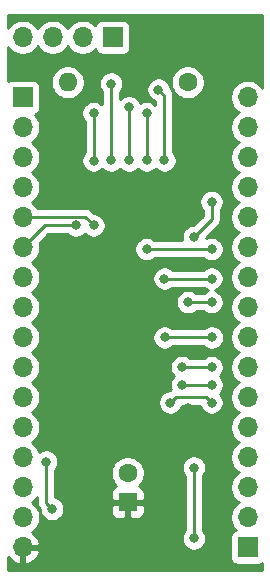
<source format=gbr>
%TF.GenerationSoftware,KiCad,Pcbnew,(5.1.7)-1*%
%TF.CreationDate,2022-07-02T23:21:54-03:00*%
%TF.ProjectId,ROMboard,524f4d62-6f61-4726-942e-6b696361645f,rev?*%
%TF.SameCoordinates,Original*%
%TF.FileFunction,Copper,L2,Bot*%
%TF.FilePolarity,Positive*%
%FSLAX46Y46*%
G04 Gerber Fmt 4.6, Leading zero omitted, Abs format (unit mm)*
G04 Created by KiCad (PCBNEW (5.1.7)-1) date 2022-07-02 23:21:54*
%MOMM*%
%LPD*%
G01*
G04 APERTURE LIST*
%TA.AperFunction,ComponentPad*%
%ADD10C,1.600000*%
%TD*%
%TA.AperFunction,ComponentPad*%
%ADD11R,1.600000X1.600000*%
%TD*%
%TA.AperFunction,ComponentPad*%
%ADD12O,1.600000X1.600000*%
%TD*%
%TA.AperFunction,ComponentPad*%
%ADD13O,1.700000X1.700000*%
%TD*%
%TA.AperFunction,ComponentPad*%
%ADD14R,1.700000X1.700000*%
%TD*%
%TA.AperFunction,ViaPad*%
%ADD15C,0.800000*%
%TD*%
%TA.AperFunction,Conductor*%
%ADD16C,0.250000*%
%TD*%
%TA.AperFunction,Conductor*%
%ADD17C,0.254000*%
%TD*%
%TA.AperFunction,Conductor*%
%ADD18C,0.100000*%
%TD*%
G04 APERTURE END LIST*
D10*
%TO.P,C1,2*%
%TO.N,+5V*%
X39370000Y-87670000D03*
D11*
%TO.P,C1,1*%
%TO.N,GND*%
X39370000Y-90170000D03*
%TD*%
D12*
%TO.P,R1,2*%
%TO.N,/RST_N*%
X34290000Y-54610000D03*
D10*
%TO.P,R1,1*%
%TO.N,+5V*%
X44450000Y-54610000D03*
%TD*%
D13*
%TO.P,J2,4*%
%TO.N,/RA22*%
X30480000Y-50800000D03*
%TO.P,J2,3*%
%TO.N,/RA21*%
X33020000Y-50800000D03*
%TO.P,J2,2*%
%TO.N,/RA20*%
X35560000Y-50800000D03*
D14*
%TO.P,J2,1*%
%TO.N,/RA19*%
X38100000Y-50800000D03*
%TD*%
D13*
%TO.P,J1,16*%
%TO.N,+5V*%
X49530000Y-55880000D03*
%TO.P,J1,15*%
%TO.N,/ROMWR_N*%
X49530000Y-58420000D03*
%TO.P,J1,14*%
%TO.N,/RA17*%
X49530000Y-60960000D03*
%TO.P,J1,13*%
%TO.N,/RA14*%
X49530000Y-63500000D03*
%TO.P,J1,12*%
%TO.N,/A13*%
X49530000Y-66040000D03*
%TO.P,J1,11*%
%TO.N,/A8*%
X49530000Y-68580000D03*
%TO.P,J1,10*%
%TO.N,/A9*%
X49530000Y-71120000D03*
%TO.P,J1,9*%
%TO.N,/A11*%
X49530000Y-73660000D03*
%TO.P,J1,8*%
%TO.N,/RD_N*%
X49530000Y-76200000D03*
%TO.P,J1,7*%
%TO.N,/A10*%
X49530000Y-78740000D03*
%TO.P,J1,6*%
%TO.N,/CE_N*%
X49530000Y-81280000D03*
%TO.P,J1,5*%
%TO.N,/D7*%
X49530000Y-83820000D03*
%TO.P,J1,4*%
%TO.N,/D6*%
X49530000Y-86360000D03*
%TO.P,J1,3*%
%TO.N,/D5*%
X49530000Y-88900000D03*
%TO.P,J1,2*%
%TO.N,/D4*%
X49530000Y-91440000D03*
D14*
%TO.P,J1,1*%
%TO.N,/D3*%
X49530000Y-93980000D03*
%TD*%
D13*
%TO.P,J0,16*%
%TO.N,GND*%
X30480000Y-93980000D03*
%TO.P,J0,15*%
%TO.N,/D2*%
X30480000Y-91440000D03*
%TO.P,J0,14*%
%TO.N,/D1*%
X30480000Y-88900000D03*
%TO.P,J0,13*%
%TO.N,/D0*%
X30480000Y-86360000D03*
%TO.P,J0,12*%
%TO.N,/A0*%
X30480000Y-83820000D03*
%TO.P,J0,11*%
%TO.N,/A1*%
X30480000Y-81280000D03*
%TO.P,J0,10*%
%TO.N,/A2*%
X30480000Y-78740000D03*
%TO.P,J0,9*%
%TO.N,/A3*%
X30480000Y-76200000D03*
%TO.P,J0,8*%
%TO.N,/A4*%
X30480000Y-73660000D03*
%TO.P,J0,7*%
%TO.N,/A5*%
X30480000Y-71120000D03*
%TO.P,J0,6*%
%TO.N,/A6*%
X30480000Y-68580000D03*
%TO.P,J0,5*%
%TO.N,/A7*%
X30480000Y-66040000D03*
%TO.P,J0,4*%
%TO.N,/A12*%
X30480000Y-63500000D03*
%TO.P,J0,3*%
%TO.N,/RA15*%
X30480000Y-60960000D03*
%TO.P,J0,2*%
%TO.N,/RA16*%
X30480000Y-58420000D03*
D14*
%TO.P,J0,1*%
%TO.N,/RA18*%
X30480000Y-55880000D03*
%TD*%
D15*
%TO.N,+5V*%
X46480000Y-81720000D03*
X42980000Y-81720000D03*
%TO.N,GND*%
X33980000Y-86720000D03*
X44480000Y-82220000D03*
%TO.N,/A0*%
X44980000Y-87220000D03*
X32480000Y-86720000D03*
X32980000Y-90720000D03*
X44980000Y-93220000D03*
%TO.N,/A6*%
X34980000Y-66720000D03*
%TO.N,/A7*%
X36480000Y-66720000D03*
%TO.N,/RA18*%
X36490002Y-61230002D03*
X36490002Y-57209998D03*
%TO.N,/ROMWR_N*%
X40980000Y-61220000D03*
X40980000Y-57220000D03*
%TO.N,/RA17*%
X44980000Y-67720000D03*
X46480000Y-64720000D03*
%TO.N,/A8*%
X46480000Y-68720000D03*
X40980000Y-68720000D03*
%TO.N,/A9*%
X46480000Y-71220000D03*
X42480000Y-71220000D03*
%TO.N,/A11*%
X46480000Y-73220000D03*
X44480000Y-73220000D03*
%TO.N,/RD_N*%
X46500000Y-76200000D03*
X42500000Y-76200000D03*
%TO.N,/A10*%
X46480000Y-78720000D03*
X43980000Y-78720000D03*
%TO.N,/CE_N*%
X46480000Y-80220000D03*
X43980000Y-80220000D03*
%TO.N,/RA20*%
X42480000Y-61220000D03*
X41980000Y-55220000D03*
%TO.N,/RA19*%
X37980000Y-61220000D03*
X37980000Y-54720000D03*
%TO.N,/RST_N*%
X39480000Y-61220000D03*
X39480000Y-56720000D03*
%TD*%
D16*
%TO.N,+5V*%
X42980000Y-81720000D02*
X42980000Y-81720000D01*
X42980000Y-81720000D02*
X43480000Y-81220000D01*
X43480000Y-81220000D02*
X45980000Y-81220000D01*
X45980000Y-81220000D02*
X46480000Y-81720000D01*
%TO.N,/A0*%
X32480000Y-86720000D02*
X32480000Y-90220000D01*
X32480000Y-90220000D02*
X32980000Y-90720000D01*
X32980000Y-90720000D02*
X32980000Y-90720000D01*
X44980000Y-93220000D02*
X44980000Y-87220000D01*
%TO.N,/A6*%
X30480000Y-68580000D02*
X32340000Y-66720000D01*
X32340000Y-66720000D02*
X34980000Y-66720000D01*
%TO.N,/A7*%
X30525001Y-65994999D02*
X35754999Y-65994999D01*
X30480000Y-66040000D02*
X30525001Y-65994999D01*
X35754999Y-65994999D02*
X36480000Y-66720000D01*
%TO.N,/RA18*%
X36490002Y-61230002D02*
X36490002Y-57209998D01*
%TO.N,/ROMWR_N*%
X40980000Y-61220000D02*
X40980000Y-57220000D01*
X40980000Y-57220000D02*
X40980000Y-57220000D01*
%TO.N,/RA17*%
X44980000Y-67720000D02*
X46480000Y-66220000D01*
X46480000Y-66220000D02*
X46480000Y-64720000D01*
X46480000Y-64720000D02*
X46480000Y-64720000D01*
%TO.N,/A8*%
X46480000Y-68720000D02*
X46480000Y-68720000D01*
X46480000Y-68720000D02*
X40980000Y-68720000D01*
X40980000Y-68720000D02*
X40980000Y-68720000D01*
%TO.N,/A9*%
X46480000Y-71220000D02*
X46480000Y-71220000D01*
X46480000Y-71220000D02*
X42480000Y-71220000D01*
%TO.N,/A11*%
X46480000Y-73220000D02*
X46480000Y-73220000D01*
X44480000Y-73220000D02*
X46480000Y-73220000D01*
%TO.N,/RD_N*%
X46500000Y-76200000D02*
X42500000Y-76200000D01*
X42500000Y-76200000D02*
X42500000Y-76200000D01*
%TO.N,/A10*%
X46480000Y-78720000D02*
X46480000Y-78720000D01*
X43980000Y-78720000D02*
X46480000Y-78720000D01*
%TO.N,/CE_N*%
X46480000Y-80220000D02*
X43980000Y-80220000D01*
X43980000Y-80220000D02*
X43980000Y-80220000D01*
%TO.N,/RA20*%
X42480000Y-61220000D02*
X42480000Y-55720000D01*
X42480000Y-55720000D02*
X41980000Y-55220000D01*
X41980000Y-55220000D02*
X41980000Y-55220000D01*
%TO.N,/RA19*%
X37980000Y-61220000D02*
X37980000Y-55720000D01*
X37980000Y-55720000D02*
X37980000Y-55720000D01*
X37980000Y-55720000D02*
X37980000Y-54720000D01*
%TO.N,/RST_N*%
X39480000Y-61220000D02*
X39480000Y-57220000D01*
X39480000Y-57220000D02*
X39480000Y-56720000D01*
%TD*%
D17*
%TO.N,GND*%
X50774513Y-48920666D02*
X50775001Y-48925310D01*
X50775001Y-55070346D01*
X50683475Y-54933368D01*
X50476632Y-54726525D01*
X50233411Y-54564010D01*
X49963158Y-54452068D01*
X49676260Y-54395000D01*
X49383740Y-54395000D01*
X49096842Y-54452068D01*
X48826589Y-54564010D01*
X48583368Y-54726525D01*
X48376525Y-54933368D01*
X48214010Y-55176589D01*
X48102068Y-55446842D01*
X48045000Y-55733740D01*
X48045000Y-56026260D01*
X48102068Y-56313158D01*
X48214010Y-56583411D01*
X48376525Y-56826632D01*
X48583368Y-57033475D01*
X48757760Y-57150000D01*
X48583368Y-57266525D01*
X48376525Y-57473368D01*
X48214010Y-57716589D01*
X48102068Y-57986842D01*
X48045000Y-58273740D01*
X48045000Y-58566260D01*
X48102068Y-58853158D01*
X48214010Y-59123411D01*
X48376525Y-59366632D01*
X48583368Y-59573475D01*
X48757760Y-59690000D01*
X48583368Y-59806525D01*
X48376525Y-60013368D01*
X48214010Y-60256589D01*
X48102068Y-60526842D01*
X48045000Y-60813740D01*
X48045000Y-61106260D01*
X48102068Y-61393158D01*
X48214010Y-61663411D01*
X48376525Y-61906632D01*
X48583368Y-62113475D01*
X48757760Y-62230000D01*
X48583368Y-62346525D01*
X48376525Y-62553368D01*
X48214010Y-62796589D01*
X48102068Y-63066842D01*
X48045000Y-63353740D01*
X48045000Y-63646260D01*
X48102068Y-63933158D01*
X48214010Y-64203411D01*
X48376525Y-64446632D01*
X48583368Y-64653475D01*
X48757760Y-64770000D01*
X48583368Y-64886525D01*
X48376525Y-65093368D01*
X48214010Y-65336589D01*
X48102068Y-65606842D01*
X48045000Y-65893740D01*
X48045000Y-66186260D01*
X48102068Y-66473158D01*
X48214010Y-66743411D01*
X48376525Y-66986632D01*
X48583368Y-67193475D01*
X48757760Y-67310000D01*
X48583368Y-67426525D01*
X48376525Y-67633368D01*
X48214010Y-67876589D01*
X48102068Y-68146842D01*
X48045000Y-68433740D01*
X48045000Y-68726260D01*
X48102068Y-69013158D01*
X48214010Y-69283411D01*
X48376525Y-69526632D01*
X48583368Y-69733475D01*
X48757760Y-69850000D01*
X48583368Y-69966525D01*
X48376525Y-70173368D01*
X48214010Y-70416589D01*
X48102068Y-70686842D01*
X48045000Y-70973740D01*
X48045000Y-71266260D01*
X48102068Y-71553158D01*
X48214010Y-71823411D01*
X48376525Y-72066632D01*
X48583368Y-72273475D01*
X48757760Y-72390000D01*
X48583368Y-72506525D01*
X48376525Y-72713368D01*
X48214010Y-72956589D01*
X48102068Y-73226842D01*
X48045000Y-73513740D01*
X48045000Y-73806260D01*
X48102068Y-74093158D01*
X48214010Y-74363411D01*
X48376525Y-74606632D01*
X48583368Y-74813475D01*
X48757760Y-74930000D01*
X48583368Y-75046525D01*
X48376525Y-75253368D01*
X48214010Y-75496589D01*
X48102068Y-75766842D01*
X48045000Y-76053740D01*
X48045000Y-76346260D01*
X48102068Y-76633158D01*
X48214010Y-76903411D01*
X48376525Y-77146632D01*
X48583368Y-77353475D01*
X48757760Y-77470000D01*
X48583368Y-77586525D01*
X48376525Y-77793368D01*
X48214010Y-78036589D01*
X48102068Y-78306842D01*
X48045000Y-78593740D01*
X48045000Y-78886260D01*
X48102068Y-79173158D01*
X48214010Y-79443411D01*
X48376525Y-79686632D01*
X48583368Y-79893475D01*
X48757760Y-80010000D01*
X48583368Y-80126525D01*
X48376525Y-80333368D01*
X48214010Y-80576589D01*
X48102068Y-80846842D01*
X48045000Y-81133740D01*
X48045000Y-81426260D01*
X48102068Y-81713158D01*
X48214010Y-81983411D01*
X48376525Y-82226632D01*
X48583368Y-82433475D01*
X48757760Y-82550000D01*
X48583368Y-82666525D01*
X48376525Y-82873368D01*
X48214010Y-83116589D01*
X48102068Y-83386842D01*
X48045000Y-83673740D01*
X48045000Y-83966260D01*
X48102068Y-84253158D01*
X48214010Y-84523411D01*
X48376525Y-84766632D01*
X48583368Y-84973475D01*
X48757760Y-85090000D01*
X48583368Y-85206525D01*
X48376525Y-85413368D01*
X48214010Y-85656589D01*
X48102068Y-85926842D01*
X48045000Y-86213740D01*
X48045000Y-86506260D01*
X48102068Y-86793158D01*
X48214010Y-87063411D01*
X48376525Y-87306632D01*
X48583368Y-87513475D01*
X48757760Y-87630000D01*
X48583368Y-87746525D01*
X48376525Y-87953368D01*
X48214010Y-88196589D01*
X48102068Y-88466842D01*
X48045000Y-88753740D01*
X48045000Y-89046260D01*
X48102068Y-89333158D01*
X48214010Y-89603411D01*
X48376525Y-89846632D01*
X48583368Y-90053475D01*
X48757760Y-90170000D01*
X48583368Y-90286525D01*
X48376525Y-90493368D01*
X48214010Y-90736589D01*
X48102068Y-91006842D01*
X48045000Y-91293740D01*
X48045000Y-91586260D01*
X48102068Y-91873158D01*
X48214010Y-92143411D01*
X48376525Y-92386632D01*
X48508380Y-92518487D01*
X48435820Y-92540498D01*
X48325506Y-92599463D01*
X48228815Y-92678815D01*
X48149463Y-92775506D01*
X48090498Y-92885820D01*
X48054188Y-93005518D01*
X48041928Y-93130000D01*
X48041928Y-94830000D01*
X48054188Y-94954482D01*
X48090498Y-95074180D01*
X48149463Y-95184494D01*
X48228815Y-95281185D01*
X48325506Y-95360537D01*
X48435820Y-95419502D01*
X48555518Y-95455812D01*
X48680000Y-95468072D01*
X50380000Y-95468072D01*
X50504482Y-95455812D01*
X50624180Y-95419502D01*
X50734494Y-95360537D01*
X50775000Y-95327295D01*
X50775000Y-95852725D01*
X50774335Y-95859513D01*
X50769699Y-95860000D01*
X29242275Y-95860000D01*
X29235487Y-95859335D01*
X29235000Y-95854699D01*
X29235000Y-94782637D01*
X29382412Y-94980269D01*
X29598645Y-95175178D01*
X29848748Y-95324157D01*
X30123109Y-95421481D01*
X30353000Y-95300814D01*
X30353000Y-94107000D01*
X30607000Y-94107000D01*
X30607000Y-95300814D01*
X30836891Y-95421481D01*
X31111252Y-95324157D01*
X31361355Y-95175178D01*
X31577588Y-94980269D01*
X31751641Y-94746920D01*
X31876825Y-94484099D01*
X31921476Y-94336890D01*
X31800155Y-94107000D01*
X30607000Y-94107000D01*
X30353000Y-94107000D01*
X30333000Y-94107000D01*
X30333000Y-93853000D01*
X30353000Y-93853000D01*
X30353000Y-93833000D01*
X30607000Y-93833000D01*
X30607000Y-93853000D01*
X31800155Y-93853000D01*
X31921476Y-93623110D01*
X31876825Y-93475901D01*
X31751641Y-93213080D01*
X31577588Y-92979731D01*
X31361355Y-92784822D01*
X31244466Y-92715195D01*
X31426632Y-92593475D01*
X31633475Y-92386632D01*
X31795990Y-92143411D01*
X31907932Y-91873158D01*
X31965000Y-91586260D01*
X31965000Y-91293740D01*
X31907932Y-91006842D01*
X31795990Y-90736589D01*
X31633475Y-90493368D01*
X31426632Y-90286525D01*
X31252240Y-90170000D01*
X31426632Y-90053475D01*
X31633475Y-89846632D01*
X31720001Y-89717137D01*
X31720001Y-90182668D01*
X31716324Y-90220000D01*
X31720001Y-90257333D01*
X31726955Y-90327932D01*
X31730998Y-90368985D01*
X31774454Y-90512246D01*
X31845026Y-90644276D01*
X31907172Y-90720000D01*
X31940000Y-90760001D01*
X31945000Y-90764104D01*
X31945000Y-90821939D01*
X31984774Y-91021898D01*
X32062795Y-91210256D01*
X32176063Y-91379774D01*
X32320226Y-91523937D01*
X32489744Y-91637205D01*
X32678102Y-91715226D01*
X32878061Y-91755000D01*
X33081939Y-91755000D01*
X33281898Y-91715226D01*
X33470256Y-91637205D01*
X33639774Y-91523937D01*
X33783937Y-91379774D01*
X33897205Y-91210256D01*
X33975226Y-91021898D01*
X33985549Y-90970000D01*
X37931928Y-90970000D01*
X37944188Y-91094482D01*
X37980498Y-91214180D01*
X38039463Y-91324494D01*
X38118815Y-91421185D01*
X38215506Y-91500537D01*
X38325820Y-91559502D01*
X38445518Y-91595812D01*
X38570000Y-91608072D01*
X39084250Y-91605000D01*
X39243000Y-91446250D01*
X39243000Y-90297000D01*
X39497000Y-90297000D01*
X39497000Y-91446250D01*
X39655750Y-91605000D01*
X40170000Y-91608072D01*
X40294482Y-91595812D01*
X40414180Y-91559502D01*
X40524494Y-91500537D01*
X40621185Y-91421185D01*
X40700537Y-91324494D01*
X40759502Y-91214180D01*
X40795812Y-91094482D01*
X40808072Y-90970000D01*
X40805000Y-90455750D01*
X40646250Y-90297000D01*
X39497000Y-90297000D01*
X39243000Y-90297000D01*
X38093750Y-90297000D01*
X37935000Y-90455750D01*
X37931928Y-90970000D01*
X33985549Y-90970000D01*
X34015000Y-90821939D01*
X34015000Y-90618061D01*
X33975226Y-90418102D01*
X33897205Y-90229744D01*
X33783937Y-90060226D01*
X33639774Y-89916063D01*
X33470256Y-89802795D01*
X33281898Y-89724774D01*
X33240000Y-89716440D01*
X33240000Y-89370000D01*
X37931928Y-89370000D01*
X37935000Y-89884250D01*
X38093750Y-90043000D01*
X39243000Y-90043000D01*
X39243000Y-90023000D01*
X39497000Y-90023000D01*
X39497000Y-90043000D01*
X40646250Y-90043000D01*
X40805000Y-89884250D01*
X40808072Y-89370000D01*
X40795812Y-89245518D01*
X40759502Y-89125820D01*
X40700537Y-89015506D01*
X40621185Y-88918815D01*
X40524494Y-88839463D01*
X40414180Y-88780498D01*
X40318057Y-88751339D01*
X40484637Y-88584759D01*
X40641680Y-88349727D01*
X40749853Y-88088574D01*
X40805000Y-87811335D01*
X40805000Y-87528665D01*
X40749853Y-87251426D01*
X40694612Y-87118061D01*
X43945000Y-87118061D01*
X43945000Y-87321939D01*
X43984774Y-87521898D01*
X44062795Y-87710256D01*
X44176063Y-87879774D01*
X44220001Y-87923712D01*
X44220000Y-92516289D01*
X44176063Y-92560226D01*
X44062795Y-92729744D01*
X43984774Y-92918102D01*
X43945000Y-93118061D01*
X43945000Y-93321939D01*
X43984774Y-93521898D01*
X44062795Y-93710256D01*
X44176063Y-93879774D01*
X44320226Y-94023937D01*
X44489744Y-94137205D01*
X44678102Y-94215226D01*
X44878061Y-94255000D01*
X45081939Y-94255000D01*
X45281898Y-94215226D01*
X45470256Y-94137205D01*
X45639774Y-94023937D01*
X45783937Y-93879774D01*
X45897205Y-93710256D01*
X45975226Y-93521898D01*
X46015000Y-93321939D01*
X46015000Y-93118061D01*
X45975226Y-92918102D01*
X45897205Y-92729744D01*
X45783937Y-92560226D01*
X45740000Y-92516289D01*
X45740000Y-87923711D01*
X45783937Y-87879774D01*
X45897205Y-87710256D01*
X45975226Y-87521898D01*
X46015000Y-87321939D01*
X46015000Y-87118061D01*
X45975226Y-86918102D01*
X45897205Y-86729744D01*
X45783937Y-86560226D01*
X45639774Y-86416063D01*
X45470256Y-86302795D01*
X45281898Y-86224774D01*
X45081939Y-86185000D01*
X44878061Y-86185000D01*
X44678102Y-86224774D01*
X44489744Y-86302795D01*
X44320226Y-86416063D01*
X44176063Y-86560226D01*
X44062795Y-86729744D01*
X43984774Y-86918102D01*
X43945000Y-87118061D01*
X40694612Y-87118061D01*
X40641680Y-86990273D01*
X40484637Y-86755241D01*
X40284759Y-86555363D01*
X40049727Y-86398320D01*
X39788574Y-86290147D01*
X39511335Y-86235000D01*
X39228665Y-86235000D01*
X38951426Y-86290147D01*
X38690273Y-86398320D01*
X38455241Y-86555363D01*
X38255363Y-86755241D01*
X38098320Y-86990273D01*
X37990147Y-87251426D01*
X37935000Y-87528665D01*
X37935000Y-87811335D01*
X37990147Y-88088574D01*
X38098320Y-88349727D01*
X38255363Y-88584759D01*
X38421943Y-88751339D01*
X38325820Y-88780498D01*
X38215506Y-88839463D01*
X38118815Y-88918815D01*
X38039463Y-89015506D01*
X37980498Y-89125820D01*
X37944188Y-89245518D01*
X37931928Y-89370000D01*
X33240000Y-89370000D01*
X33240000Y-87423711D01*
X33283937Y-87379774D01*
X33397205Y-87210256D01*
X33475226Y-87021898D01*
X33515000Y-86821939D01*
X33515000Y-86618061D01*
X33475226Y-86418102D01*
X33397205Y-86229744D01*
X33283937Y-86060226D01*
X33139774Y-85916063D01*
X32970256Y-85802795D01*
X32781898Y-85724774D01*
X32581939Y-85685000D01*
X32378061Y-85685000D01*
X32178102Y-85724774D01*
X31989744Y-85802795D01*
X31885423Y-85872500D01*
X31795990Y-85656589D01*
X31633475Y-85413368D01*
X31426632Y-85206525D01*
X31252240Y-85090000D01*
X31426632Y-84973475D01*
X31633475Y-84766632D01*
X31795990Y-84523411D01*
X31907932Y-84253158D01*
X31965000Y-83966260D01*
X31965000Y-83673740D01*
X31907932Y-83386842D01*
X31795990Y-83116589D01*
X31633475Y-82873368D01*
X31426632Y-82666525D01*
X31252240Y-82550000D01*
X31426632Y-82433475D01*
X31633475Y-82226632D01*
X31795990Y-81983411D01*
X31907932Y-81713158D01*
X31926848Y-81618061D01*
X41945000Y-81618061D01*
X41945000Y-81821939D01*
X41984774Y-82021898D01*
X42062795Y-82210256D01*
X42176063Y-82379774D01*
X42320226Y-82523937D01*
X42489744Y-82637205D01*
X42678102Y-82715226D01*
X42878061Y-82755000D01*
X43081939Y-82755000D01*
X43281898Y-82715226D01*
X43470256Y-82637205D01*
X43639774Y-82523937D01*
X43783937Y-82379774D01*
X43897205Y-82210256D01*
X43975226Y-82021898D01*
X43983560Y-81980000D01*
X45476440Y-81980000D01*
X45484774Y-82021898D01*
X45562795Y-82210256D01*
X45676063Y-82379774D01*
X45820226Y-82523937D01*
X45989744Y-82637205D01*
X46178102Y-82715226D01*
X46378061Y-82755000D01*
X46581939Y-82755000D01*
X46781898Y-82715226D01*
X46970256Y-82637205D01*
X47139774Y-82523937D01*
X47283937Y-82379774D01*
X47397205Y-82210256D01*
X47475226Y-82021898D01*
X47515000Y-81821939D01*
X47515000Y-81618061D01*
X47475226Y-81418102D01*
X47397205Y-81229744D01*
X47283937Y-81060226D01*
X47193711Y-80970000D01*
X47283937Y-80879774D01*
X47397205Y-80710256D01*
X47475226Y-80521898D01*
X47515000Y-80321939D01*
X47515000Y-80118061D01*
X47475226Y-79918102D01*
X47397205Y-79729744D01*
X47283937Y-79560226D01*
X47193711Y-79470000D01*
X47283937Y-79379774D01*
X47397205Y-79210256D01*
X47475226Y-79021898D01*
X47515000Y-78821939D01*
X47515000Y-78618061D01*
X47475226Y-78418102D01*
X47397205Y-78229744D01*
X47283937Y-78060226D01*
X47139774Y-77916063D01*
X46970256Y-77802795D01*
X46781898Y-77724774D01*
X46581939Y-77685000D01*
X46378061Y-77685000D01*
X46178102Y-77724774D01*
X45989744Y-77802795D01*
X45820226Y-77916063D01*
X45776289Y-77960000D01*
X44683711Y-77960000D01*
X44639774Y-77916063D01*
X44470256Y-77802795D01*
X44281898Y-77724774D01*
X44081939Y-77685000D01*
X43878061Y-77685000D01*
X43678102Y-77724774D01*
X43489744Y-77802795D01*
X43320226Y-77916063D01*
X43176063Y-78060226D01*
X43062795Y-78229744D01*
X42984774Y-78418102D01*
X42945000Y-78618061D01*
X42945000Y-78821939D01*
X42984774Y-79021898D01*
X43062795Y-79210256D01*
X43176063Y-79379774D01*
X43266289Y-79470000D01*
X43176063Y-79560226D01*
X43062795Y-79729744D01*
X42984774Y-79918102D01*
X42945000Y-80118061D01*
X42945000Y-80321939D01*
X42984774Y-80521898D01*
X43022289Y-80612466D01*
X42939999Y-80679999D01*
X42935895Y-80685000D01*
X42878061Y-80685000D01*
X42678102Y-80724774D01*
X42489744Y-80802795D01*
X42320226Y-80916063D01*
X42176063Y-81060226D01*
X42062795Y-81229744D01*
X41984774Y-81418102D01*
X41945000Y-81618061D01*
X31926848Y-81618061D01*
X31965000Y-81426260D01*
X31965000Y-81133740D01*
X31907932Y-80846842D01*
X31795990Y-80576589D01*
X31633475Y-80333368D01*
X31426632Y-80126525D01*
X31252240Y-80010000D01*
X31426632Y-79893475D01*
X31633475Y-79686632D01*
X31795990Y-79443411D01*
X31907932Y-79173158D01*
X31965000Y-78886260D01*
X31965000Y-78593740D01*
X31907932Y-78306842D01*
X31795990Y-78036589D01*
X31633475Y-77793368D01*
X31426632Y-77586525D01*
X31252240Y-77470000D01*
X31426632Y-77353475D01*
X31633475Y-77146632D01*
X31795990Y-76903411D01*
X31907932Y-76633158D01*
X31965000Y-76346260D01*
X31965000Y-76098061D01*
X41465000Y-76098061D01*
X41465000Y-76301939D01*
X41504774Y-76501898D01*
X41582795Y-76690256D01*
X41696063Y-76859774D01*
X41840226Y-77003937D01*
X42009744Y-77117205D01*
X42198102Y-77195226D01*
X42398061Y-77235000D01*
X42601939Y-77235000D01*
X42801898Y-77195226D01*
X42990256Y-77117205D01*
X43159774Y-77003937D01*
X43203711Y-76960000D01*
X45796289Y-76960000D01*
X45840226Y-77003937D01*
X46009744Y-77117205D01*
X46198102Y-77195226D01*
X46398061Y-77235000D01*
X46601939Y-77235000D01*
X46801898Y-77195226D01*
X46990256Y-77117205D01*
X47159774Y-77003937D01*
X47303937Y-76859774D01*
X47417205Y-76690256D01*
X47495226Y-76501898D01*
X47535000Y-76301939D01*
X47535000Y-76098061D01*
X47495226Y-75898102D01*
X47417205Y-75709744D01*
X47303937Y-75540226D01*
X47159774Y-75396063D01*
X46990256Y-75282795D01*
X46801898Y-75204774D01*
X46601939Y-75165000D01*
X46398061Y-75165000D01*
X46198102Y-75204774D01*
X46009744Y-75282795D01*
X45840226Y-75396063D01*
X45796289Y-75440000D01*
X43203711Y-75440000D01*
X43159774Y-75396063D01*
X42990256Y-75282795D01*
X42801898Y-75204774D01*
X42601939Y-75165000D01*
X42398061Y-75165000D01*
X42198102Y-75204774D01*
X42009744Y-75282795D01*
X41840226Y-75396063D01*
X41696063Y-75540226D01*
X41582795Y-75709744D01*
X41504774Y-75898102D01*
X41465000Y-76098061D01*
X31965000Y-76098061D01*
X31965000Y-76053740D01*
X31907932Y-75766842D01*
X31795990Y-75496589D01*
X31633475Y-75253368D01*
X31426632Y-75046525D01*
X31252240Y-74930000D01*
X31426632Y-74813475D01*
X31633475Y-74606632D01*
X31795990Y-74363411D01*
X31907932Y-74093158D01*
X31965000Y-73806260D01*
X31965000Y-73513740D01*
X31907932Y-73226842D01*
X31795990Y-72956589D01*
X31633475Y-72713368D01*
X31426632Y-72506525D01*
X31252240Y-72390000D01*
X31426632Y-72273475D01*
X31633475Y-72066632D01*
X31795990Y-71823411D01*
X31907932Y-71553158D01*
X31965000Y-71266260D01*
X31965000Y-71118061D01*
X41445000Y-71118061D01*
X41445000Y-71321939D01*
X41484774Y-71521898D01*
X41562795Y-71710256D01*
X41676063Y-71879774D01*
X41820226Y-72023937D01*
X41989744Y-72137205D01*
X42178102Y-72215226D01*
X42378061Y-72255000D01*
X42581939Y-72255000D01*
X42781898Y-72215226D01*
X42970256Y-72137205D01*
X43139774Y-72023937D01*
X43183711Y-71980000D01*
X45776289Y-71980000D01*
X45820226Y-72023937D01*
X45989744Y-72137205D01*
X46178102Y-72215226D01*
X46202103Y-72220000D01*
X46178102Y-72224774D01*
X45989744Y-72302795D01*
X45820226Y-72416063D01*
X45776289Y-72460000D01*
X45183711Y-72460000D01*
X45139774Y-72416063D01*
X44970256Y-72302795D01*
X44781898Y-72224774D01*
X44581939Y-72185000D01*
X44378061Y-72185000D01*
X44178102Y-72224774D01*
X43989744Y-72302795D01*
X43820226Y-72416063D01*
X43676063Y-72560226D01*
X43562795Y-72729744D01*
X43484774Y-72918102D01*
X43445000Y-73118061D01*
X43445000Y-73321939D01*
X43484774Y-73521898D01*
X43562795Y-73710256D01*
X43676063Y-73879774D01*
X43820226Y-74023937D01*
X43989744Y-74137205D01*
X44178102Y-74215226D01*
X44378061Y-74255000D01*
X44581939Y-74255000D01*
X44781898Y-74215226D01*
X44970256Y-74137205D01*
X45139774Y-74023937D01*
X45183711Y-73980000D01*
X45776289Y-73980000D01*
X45820226Y-74023937D01*
X45989744Y-74137205D01*
X46178102Y-74215226D01*
X46378061Y-74255000D01*
X46581939Y-74255000D01*
X46781898Y-74215226D01*
X46970256Y-74137205D01*
X47139774Y-74023937D01*
X47283937Y-73879774D01*
X47397205Y-73710256D01*
X47475226Y-73521898D01*
X47515000Y-73321939D01*
X47515000Y-73118061D01*
X47475226Y-72918102D01*
X47397205Y-72729744D01*
X47283937Y-72560226D01*
X47139774Y-72416063D01*
X46970256Y-72302795D01*
X46781898Y-72224774D01*
X46757897Y-72220000D01*
X46781898Y-72215226D01*
X46970256Y-72137205D01*
X47139774Y-72023937D01*
X47283937Y-71879774D01*
X47397205Y-71710256D01*
X47475226Y-71521898D01*
X47515000Y-71321939D01*
X47515000Y-71118061D01*
X47475226Y-70918102D01*
X47397205Y-70729744D01*
X47283937Y-70560226D01*
X47139774Y-70416063D01*
X46970256Y-70302795D01*
X46781898Y-70224774D01*
X46581939Y-70185000D01*
X46378061Y-70185000D01*
X46178102Y-70224774D01*
X45989744Y-70302795D01*
X45820226Y-70416063D01*
X45776289Y-70460000D01*
X43183711Y-70460000D01*
X43139774Y-70416063D01*
X42970256Y-70302795D01*
X42781898Y-70224774D01*
X42581939Y-70185000D01*
X42378061Y-70185000D01*
X42178102Y-70224774D01*
X41989744Y-70302795D01*
X41820226Y-70416063D01*
X41676063Y-70560226D01*
X41562795Y-70729744D01*
X41484774Y-70918102D01*
X41445000Y-71118061D01*
X31965000Y-71118061D01*
X31965000Y-70973740D01*
X31907932Y-70686842D01*
X31795990Y-70416589D01*
X31633475Y-70173368D01*
X31426632Y-69966525D01*
X31252240Y-69850000D01*
X31426632Y-69733475D01*
X31633475Y-69526632D01*
X31795990Y-69283411D01*
X31907932Y-69013158D01*
X31965000Y-68726260D01*
X31965000Y-68618061D01*
X39945000Y-68618061D01*
X39945000Y-68821939D01*
X39984774Y-69021898D01*
X40062795Y-69210256D01*
X40176063Y-69379774D01*
X40320226Y-69523937D01*
X40489744Y-69637205D01*
X40678102Y-69715226D01*
X40878061Y-69755000D01*
X41081939Y-69755000D01*
X41281898Y-69715226D01*
X41470256Y-69637205D01*
X41639774Y-69523937D01*
X41683711Y-69480000D01*
X45776289Y-69480000D01*
X45820226Y-69523937D01*
X45989744Y-69637205D01*
X46178102Y-69715226D01*
X46378061Y-69755000D01*
X46581939Y-69755000D01*
X46781898Y-69715226D01*
X46970256Y-69637205D01*
X47139774Y-69523937D01*
X47283937Y-69379774D01*
X47397205Y-69210256D01*
X47475226Y-69021898D01*
X47515000Y-68821939D01*
X47515000Y-68618061D01*
X47475226Y-68418102D01*
X47397205Y-68229744D01*
X47283937Y-68060226D01*
X47139774Y-67916063D01*
X46970256Y-67802795D01*
X46781898Y-67724774D01*
X46581939Y-67685000D01*
X46378061Y-67685000D01*
X46178102Y-67724774D01*
X46015000Y-67792334D01*
X46015000Y-67759801D01*
X46991004Y-66783798D01*
X47020001Y-66760001D01*
X47114974Y-66644276D01*
X47185546Y-66512247D01*
X47229003Y-66368986D01*
X47240000Y-66257333D01*
X47240000Y-66257324D01*
X47243676Y-66220001D01*
X47240000Y-66182678D01*
X47240000Y-65423711D01*
X47283937Y-65379774D01*
X47397205Y-65210256D01*
X47475226Y-65021898D01*
X47515000Y-64821939D01*
X47515000Y-64618061D01*
X47475226Y-64418102D01*
X47397205Y-64229744D01*
X47283937Y-64060226D01*
X47139774Y-63916063D01*
X46970256Y-63802795D01*
X46781898Y-63724774D01*
X46581939Y-63685000D01*
X46378061Y-63685000D01*
X46178102Y-63724774D01*
X45989744Y-63802795D01*
X45820226Y-63916063D01*
X45676063Y-64060226D01*
X45562795Y-64229744D01*
X45484774Y-64418102D01*
X45445000Y-64618061D01*
X45445000Y-64821939D01*
X45484774Y-65021898D01*
X45562795Y-65210256D01*
X45676063Y-65379774D01*
X45720001Y-65423712D01*
X45720000Y-65905198D01*
X44940199Y-66685000D01*
X44878061Y-66685000D01*
X44678102Y-66724774D01*
X44489744Y-66802795D01*
X44320226Y-66916063D01*
X44176063Y-67060226D01*
X44062795Y-67229744D01*
X43984774Y-67418102D01*
X43945000Y-67618061D01*
X43945000Y-67821939D01*
X43972462Y-67960000D01*
X41683711Y-67960000D01*
X41639774Y-67916063D01*
X41470256Y-67802795D01*
X41281898Y-67724774D01*
X41081939Y-67685000D01*
X40878061Y-67685000D01*
X40678102Y-67724774D01*
X40489744Y-67802795D01*
X40320226Y-67916063D01*
X40176063Y-68060226D01*
X40062795Y-68229744D01*
X39984774Y-68418102D01*
X39945000Y-68618061D01*
X31965000Y-68618061D01*
X31965000Y-68433740D01*
X31921210Y-68213592D01*
X32654802Y-67480000D01*
X34276289Y-67480000D01*
X34320226Y-67523937D01*
X34489744Y-67637205D01*
X34678102Y-67715226D01*
X34878061Y-67755000D01*
X35081939Y-67755000D01*
X35281898Y-67715226D01*
X35470256Y-67637205D01*
X35639774Y-67523937D01*
X35730000Y-67433711D01*
X35820226Y-67523937D01*
X35989744Y-67637205D01*
X36178102Y-67715226D01*
X36378061Y-67755000D01*
X36581939Y-67755000D01*
X36781898Y-67715226D01*
X36970256Y-67637205D01*
X37139774Y-67523937D01*
X37283937Y-67379774D01*
X37397205Y-67210256D01*
X37475226Y-67021898D01*
X37515000Y-66821939D01*
X37515000Y-66618061D01*
X37475226Y-66418102D01*
X37397205Y-66229744D01*
X37283937Y-66060226D01*
X37139774Y-65916063D01*
X36970256Y-65802795D01*
X36781898Y-65724774D01*
X36581939Y-65685000D01*
X36519801Y-65685000D01*
X36318802Y-65484001D01*
X36295000Y-65454998D01*
X36179275Y-65360025D01*
X36047246Y-65289453D01*
X35903985Y-65245996D01*
X35792332Y-65234999D01*
X35792321Y-65234999D01*
X35754999Y-65231323D01*
X35717677Y-65234999D01*
X31728110Y-65234999D01*
X31633475Y-65093368D01*
X31426632Y-64886525D01*
X31252240Y-64770000D01*
X31426632Y-64653475D01*
X31633475Y-64446632D01*
X31795990Y-64203411D01*
X31907932Y-63933158D01*
X31965000Y-63646260D01*
X31965000Y-63353740D01*
X31907932Y-63066842D01*
X31795990Y-62796589D01*
X31633475Y-62553368D01*
X31426632Y-62346525D01*
X31252240Y-62230000D01*
X31426632Y-62113475D01*
X31633475Y-61906632D01*
X31795990Y-61663411D01*
X31907932Y-61393158D01*
X31965000Y-61106260D01*
X31965000Y-60813740D01*
X31907932Y-60526842D01*
X31795990Y-60256589D01*
X31633475Y-60013368D01*
X31426632Y-59806525D01*
X31252240Y-59690000D01*
X31426632Y-59573475D01*
X31633475Y-59366632D01*
X31795990Y-59123411D01*
X31907932Y-58853158D01*
X31965000Y-58566260D01*
X31965000Y-58273740D01*
X31907932Y-57986842D01*
X31795990Y-57716589D01*
X31633475Y-57473368D01*
X31501620Y-57341513D01*
X31574180Y-57319502D01*
X31684494Y-57260537D01*
X31781185Y-57181185D01*
X31841197Y-57108059D01*
X35455002Y-57108059D01*
X35455002Y-57311937D01*
X35494776Y-57511896D01*
X35572797Y-57700254D01*
X35686065Y-57869772D01*
X35730003Y-57913710D01*
X35730002Y-60526291D01*
X35686065Y-60570228D01*
X35572797Y-60739746D01*
X35494776Y-60928104D01*
X35455002Y-61128063D01*
X35455002Y-61331941D01*
X35494776Y-61531900D01*
X35572797Y-61720258D01*
X35686065Y-61889776D01*
X35830228Y-62033939D01*
X35999746Y-62147207D01*
X36188104Y-62225228D01*
X36388063Y-62265002D01*
X36591941Y-62265002D01*
X36791900Y-62225228D01*
X36980258Y-62147207D01*
X37149776Y-62033939D01*
X37240002Y-61943713D01*
X37320226Y-62023937D01*
X37489744Y-62137205D01*
X37678102Y-62215226D01*
X37878061Y-62255000D01*
X38081939Y-62255000D01*
X38281898Y-62215226D01*
X38470256Y-62137205D01*
X38639774Y-62023937D01*
X38730000Y-61933711D01*
X38820226Y-62023937D01*
X38989744Y-62137205D01*
X39178102Y-62215226D01*
X39378061Y-62255000D01*
X39581939Y-62255000D01*
X39781898Y-62215226D01*
X39970256Y-62137205D01*
X40139774Y-62023937D01*
X40230000Y-61933711D01*
X40320226Y-62023937D01*
X40489744Y-62137205D01*
X40678102Y-62215226D01*
X40878061Y-62255000D01*
X41081939Y-62255000D01*
X41281898Y-62215226D01*
X41470256Y-62137205D01*
X41639774Y-62023937D01*
X41730000Y-61933711D01*
X41820226Y-62023937D01*
X41989744Y-62137205D01*
X42178102Y-62215226D01*
X42378061Y-62255000D01*
X42581939Y-62255000D01*
X42781898Y-62215226D01*
X42970256Y-62137205D01*
X43139774Y-62023937D01*
X43283937Y-61879774D01*
X43397205Y-61710256D01*
X43475226Y-61521898D01*
X43515000Y-61321939D01*
X43515000Y-61118061D01*
X43475226Y-60918102D01*
X43397205Y-60729744D01*
X43283937Y-60560226D01*
X43240000Y-60516289D01*
X43240000Y-55757325D01*
X43243676Y-55720000D01*
X43240000Y-55682675D01*
X43240000Y-55682667D01*
X43229003Y-55571014D01*
X43185546Y-55427753D01*
X43114974Y-55295724D01*
X43020001Y-55179999D01*
X43015000Y-55175895D01*
X43015000Y-55118061D01*
X42975226Y-54918102D01*
X42897205Y-54729744D01*
X42783937Y-54560226D01*
X42692376Y-54468665D01*
X43015000Y-54468665D01*
X43015000Y-54751335D01*
X43070147Y-55028574D01*
X43178320Y-55289727D01*
X43335363Y-55524759D01*
X43535241Y-55724637D01*
X43770273Y-55881680D01*
X44031426Y-55989853D01*
X44308665Y-56045000D01*
X44591335Y-56045000D01*
X44868574Y-55989853D01*
X45129727Y-55881680D01*
X45364759Y-55724637D01*
X45564637Y-55524759D01*
X45721680Y-55289727D01*
X45829853Y-55028574D01*
X45885000Y-54751335D01*
X45885000Y-54468665D01*
X45829853Y-54191426D01*
X45721680Y-53930273D01*
X45564637Y-53695241D01*
X45364759Y-53495363D01*
X45129727Y-53338320D01*
X44868574Y-53230147D01*
X44591335Y-53175000D01*
X44308665Y-53175000D01*
X44031426Y-53230147D01*
X43770273Y-53338320D01*
X43535241Y-53495363D01*
X43335363Y-53695241D01*
X43178320Y-53930273D01*
X43070147Y-54191426D01*
X43015000Y-54468665D01*
X42692376Y-54468665D01*
X42639774Y-54416063D01*
X42470256Y-54302795D01*
X42281898Y-54224774D01*
X42081939Y-54185000D01*
X41878061Y-54185000D01*
X41678102Y-54224774D01*
X41489744Y-54302795D01*
X41320226Y-54416063D01*
X41176063Y-54560226D01*
X41062795Y-54729744D01*
X40984774Y-54918102D01*
X40945000Y-55118061D01*
X40945000Y-55321939D01*
X40984774Y-55521898D01*
X41062795Y-55710256D01*
X41176063Y-55879774D01*
X41320226Y-56023937D01*
X41489744Y-56137205D01*
X41678102Y-56215226D01*
X41720001Y-56223560D01*
X41720001Y-56496290D01*
X41639774Y-56416063D01*
X41470256Y-56302795D01*
X41281898Y-56224774D01*
X41081939Y-56185000D01*
X40878061Y-56185000D01*
X40678102Y-56224774D01*
X40489744Y-56302795D01*
X40440965Y-56335388D01*
X40397205Y-56229744D01*
X40283937Y-56060226D01*
X40139774Y-55916063D01*
X39970256Y-55802795D01*
X39781898Y-55724774D01*
X39581939Y-55685000D01*
X39378061Y-55685000D01*
X39178102Y-55724774D01*
X38989744Y-55802795D01*
X38820226Y-55916063D01*
X38740000Y-55996289D01*
X38740000Y-55757332D01*
X38743677Y-55720000D01*
X38740000Y-55682667D01*
X38740000Y-55423711D01*
X38783937Y-55379774D01*
X38897205Y-55210256D01*
X38975226Y-55021898D01*
X39015000Y-54821939D01*
X39015000Y-54618061D01*
X38975226Y-54418102D01*
X38897205Y-54229744D01*
X38783937Y-54060226D01*
X38639774Y-53916063D01*
X38470256Y-53802795D01*
X38281898Y-53724774D01*
X38081939Y-53685000D01*
X37878061Y-53685000D01*
X37678102Y-53724774D01*
X37489744Y-53802795D01*
X37320226Y-53916063D01*
X37176063Y-54060226D01*
X37062795Y-54229744D01*
X36984774Y-54418102D01*
X36945000Y-54618061D01*
X36945000Y-54821939D01*
X36984774Y-55021898D01*
X37062795Y-55210256D01*
X37176063Y-55379774D01*
X37220000Y-55423711D01*
X37220000Y-55682666D01*
X37216323Y-55720000D01*
X37220001Y-55757343D01*
X37220001Y-56476286D01*
X37149776Y-56406061D01*
X36980258Y-56292793D01*
X36791900Y-56214772D01*
X36591941Y-56174998D01*
X36388063Y-56174998D01*
X36188104Y-56214772D01*
X35999746Y-56292793D01*
X35830228Y-56406061D01*
X35686065Y-56550224D01*
X35572797Y-56719742D01*
X35494776Y-56908100D01*
X35455002Y-57108059D01*
X31841197Y-57108059D01*
X31860537Y-57084494D01*
X31919502Y-56974180D01*
X31955812Y-56854482D01*
X31968072Y-56730000D01*
X31968072Y-55030000D01*
X31955812Y-54905518D01*
X31919502Y-54785820D01*
X31860537Y-54675506D01*
X31781185Y-54578815D01*
X31684494Y-54499463D01*
X31626876Y-54468665D01*
X32855000Y-54468665D01*
X32855000Y-54751335D01*
X32910147Y-55028574D01*
X33018320Y-55289727D01*
X33175363Y-55524759D01*
X33375241Y-55724637D01*
X33610273Y-55881680D01*
X33871426Y-55989853D01*
X34148665Y-56045000D01*
X34431335Y-56045000D01*
X34708574Y-55989853D01*
X34969727Y-55881680D01*
X35204759Y-55724637D01*
X35404637Y-55524759D01*
X35561680Y-55289727D01*
X35669853Y-55028574D01*
X35725000Y-54751335D01*
X35725000Y-54468665D01*
X35669853Y-54191426D01*
X35561680Y-53930273D01*
X35404637Y-53695241D01*
X35204759Y-53495363D01*
X34969727Y-53338320D01*
X34708574Y-53230147D01*
X34431335Y-53175000D01*
X34148665Y-53175000D01*
X33871426Y-53230147D01*
X33610273Y-53338320D01*
X33375241Y-53495363D01*
X33175363Y-53695241D01*
X33018320Y-53930273D01*
X32910147Y-54191426D01*
X32855000Y-54468665D01*
X31626876Y-54468665D01*
X31574180Y-54440498D01*
X31454482Y-54404188D01*
X31330000Y-54391928D01*
X29630000Y-54391928D01*
X29505518Y-54404188D01*
X29385820Y-54440498D01*
X29275506Y-54499463D01*
X29235000Y-54532705D01*
X29235000Y-51609655D01*
X29326525Y-51746632D01*
X29533368Y-51953475D01*
X29776589Y-52115990D01*
X30046842Y-52227932D01*
X30333740Y-52285000D01*
X30626260Y-52285000D01*
X30913158Y-52227932D01*
X31183411Y-52115990D01*
X31426632Y-51953475D01*
X31633475Y-51746632D01*
X31750000Y-51572240D01*
X31866525Y-51746632D01*
X32073368Y-51953475D01*
X32316589Y-52115990D01*
X32586842Y-52227932D01*
X32873740Y-52285000D01*
X33166260Y-52285000D01*
X33453158Y-52227932D01*
X33723411Y-52115990D01*
X33966632Y-51953475D01*
X34173475Y-51746632D01*
X34290000Y-51572240D01*
X34406525Y-51746632D01*
X34613368Y-51953475D01*
X34856589Y-52115990D01*
X35126842Y-52227932D01*
X35413740Y-52285000D01*
X35706260Y-52285000D01*
X35993158Y-52227932D01*
X36263411Y-52115990D01*
X36506632Y-51953475D01*
X36638487Y-51821620D01*
X36660498Y-51894180D01*
X36719463Y-52004494D01*
X36798815Y-52101185D01*
X36895506Y-52180537D01*
X37005820Y-52239502D01*
X37125518Y-52275812D01*
X37250000Y-52288072D01*
X38950000Y-52288072D01*
X39074482Y-52275812D01*
X39194180Y-52239502D01*
X39304494Y-52180537D01*
X39401185Y-52101185D01*
X39480537Y-52004494D01*
X39539502Y-51894180D01*
X39575812Y-51774482D01*
X39588072Y-51650000D01*
X39588072Y-49950000D01*
X39575812Y-49825518D01*
X39539502Y-49705820D01*
X39480537Y-49595506D01*
X39401185Y-49498815D01*
X39304494Y-49419463D01*
X39194180Y-49360498D01*
X39074482Y-49324188D01*
X38950000Y-49311928D01*
X37250000Y-49311928D01*
X37125518Y-49324188D01*
X37005820Y-49360498D01*
X36895506Y-49419463D01*
X36798815Y-49498815D01*
X36719463Y-49595506D01*
X36660498Y-49705820D01*
X36638487Y-49778380D01*
X36506632Y-49646525D01*
X36263411Y-49484010D01*
X35993158Y-49372068D01*
X35706260Y-49315000D01*
X35413740Y-49315000D01*
X35126842Y-49372068D01*
X34856589Y-49484010D01*
X34613368Y-49646525D01*
X34406525Y-49853368D01*
X34290000Y-50027760D01*
X34173475Y-49853368D01*
X33966632Y-49646525D01*
X33723411Y-49484010D01*
X33453158Y-49372068D01*
X33166260Y-49315000D01*
X32873740Y-49315000D01*
X32586842Y-49372068D01*
X32316589Y-49484010D01*
X32073368Y-49646525D01*
X31866525Y-49853368D01*
X31750000Y-50027760D01*
X31633475Y-49853368D01*
X31426632Y-49646525D01*
X31183411Y-49484010D01*
X30913158Y-49372068D01*
X30626260Y-49315000D01*
X30333740Y-49315000D01*
X30046842Y-49372068D01*
X29776589Y-49484010D01*
X29533368Y-49646525D01*
X29326525Y-49853368D01*
X29235000Y-49990345D01*
X29235000Y-48927275D01*
X29235666Y-48920487D01*
X29240301Y-48920000D01*
X50767725Y-48920000D01*
X50774513Y-48920666D01*
%TA.AperFunction,Conductor*%
D18*
G36*
X50774513Y-48920666D02*
G01*
X50775001Y-48925310D01*
X50775001Y-55070346D01*
X50683475Y-54933368D01*
X50476632Y-54726525D01*
X50233411Y-54564010D01*
X49963158Y-54452068D01*
X49676260Y-54395000D01*
X49383740Y-54395000D01*
X49096842Y-54452068D01*
X48826589Y-54564010D01*
X48583368Y-54726525D01*
X48376525Y-54933368D01*
X48214010Y-55176589D01*
X48102068Y-55446842D01*
X48045000Y-55733740D01*
X48045000Y-56026260D01*
X48102068Y-56313158D01*
X48214010Y-56583411D01*
X48376525Y-56826632D01*
X48583368Y-57033475D01*
X48757760Y-57150000D01*
X48583368Y-57266525D01*
X48376525Y-57473368D01*
X48214010Y-57716589D01*
X48102068Y-57986842D01*
X48045000Y-58273740D01*
X48045000Y-58566260D01*
X48102068Y-58853158D01*
X48214010Y-59123411D01*
X48376525Y-59366632D01*
X48583368Y-59573475D01*
X48757760Y-59690000D01*
X48583368Y-59806525D01*
X48376525Y-60013368D01*
X48214010Y-60256589D01*
X48102068Y-60526842D01*
X48045000Y-60813740D01*
X48045000Y-61106260D01*
X48102068Y-61393158D01*
X48214010Y-61663411D01*
X48376525Y-61906632D01*
X48583368Y-62113475D01*
X48757760Y-62230000D01*
X48583368Y-62346525D01*
X48376525Y-62553368D01*
X48214010Y-62796589D01*
X48102068Y-63066842D01*
X48045000Y-63353740D01*
X48045000Y-63646260D01*
X48102068Y-63933158D01*
X48214010Y-64203411D01*
X48376525Y-64446632D01*
X48583368Y-64653475D01*
X48757760Y-64770000D01*
X48583368Y-64886525D01*
X48376525Y-65093368D01*
X48214010Y-65336589D01*
X48102068Y-65606842D01*
X48045000Y-65893740D01*
X48045000Y-66186260D01*
X48102068Y-66473158D01*
X48214010Y-66743411D01*
X48376525Y-66986632D01*
X48583368Y-67193475D01*
X48757760Y-67310000D01*
X48583368Y-67426525D01*
X48376525Y-67633368D01*
X48214010Y-67876589D01*
X48102068Y-68146842D01*
X48045000Y-68433740D01*
X48045000Y-68726260D01*
X48102068Y-69013158D01*
X48214010Y-69283411D01*
X48376525Y-69526632D01*
X48583368Y-69733475D01*
X48757760Y-69850000D01*
X48583368Y-69966525D01*
X48376525Y-70173368D01*
X48214010Y-70416589D01*
X48102068Y-70686842D01*
X48045000Y-70973740D01*
X48045000Y-71266260D01*
X48102068Y-71553158D01*
X48214010Y-71823411D01*
X48376525Y-72066632D01*
X48583368Y-72273475D01*
X48757760Y-72390000D01*
X48583368Y-72506525D01*
X48376525Y-72713368D01*
X48214010Y-72956589D01*
X48102068Y-73226842D01*
X48045000Y-73513740D01*
X48045000Y-73806260D01*
X48102068Y-74093158D01*
X48214010Y-74363411D01*
X48376525Y-74606632D01*
X48583368Y-74813475D01*
X48757760Y-74930000D01*
X48583368Y-75046525D01*
X48376525Y-75253368D01*
X48214010Y-75496589D01*
X48102068Y-75766842D01*
X48045000Y-76053740D01*
X48045000Y-76346260D01*
X48102068Y-76633158D01*
X48214010Y-76903411D01*
X48376525Y-77146632D01*
X48583368Y-77353475D01*
X48757760Y-77470000D01*
X48583368Y-77586525D01*
X48376525Y-77793368D01*
X48214010Y-78036589D01*
X48102068Y-78306842D01*
X48045000Y-78593740D01*
X48045000Y-78886260D01*
X48102068Y-79173158D01*
X48214010Y-79443411D01*
X48376525Y-79686632D01*
X48583368Y-79893475D01*
X48757760Y-80010000D01*
X48583368Y-80126525D01*
X48376525Y-80333368D01*
X48214010Y-80576589D01*
X48102068Y-80846842D01*
X48045000Y-81133740D01*
X48045000Y-81426260D01*
X48102068Y-81713158D01*
X48214010Y-81983411D01*
X48376525Y-82226632D01*
X48583368Y-82433475D01*
X48757760Y-82550000D01*
X48583368Y-82666525D01*
X48376525Y-82873368D01*
X48214010Y-83116589D01*
X48102068Y-83386842D01*
X48045000Y-83673740D01*
X48045000Y-83966260D01*
X48102068Y-84253158D01*
X48214010Y-84523411D01*
X48376525Y-84766632D01*
X48583368Y-84973475D01*
X48757760Y-85090000D01*
X48583368Y-85206525D01*
X48376525Y-85413368D01*
X48214010Y-85656589D01*
X48102068Y-85926842D01*
X48045000Y-86213740D01*
X48045000Y-86506260D01*
X48102068Y-86793158D01*
X48214010Y-87063411D01*
X48376525Y-87306632D01*
X48583368Y-87513475D01*
X48757760Y-87630000D01*
X48583368Y-87746525D01*
X48376525Y-87953368D01*
X48214010Y-88196589D01*
X48102068Y-88466842D01*
X48045000Y-88753740D01*
X48045000Y-89046260D01*
X48102068Y-89333158D01*
X48214010Y-89603411D01*
X48376525Y-89846632D01*
X48583368Y-90053475D01*
X48757760Y-90170000D01*
X48583368Y-90286525D01*
X48376525Y-90493368D01*
X48214010Y-90736589D01*
X48102068Y-91006842D01*
X48045000Y-91293740D01*
X48045000Y-91586260D01*
X48102068Y-91873158D01*
X48214010Y-92143411D01*
X48376525Y-92386632D01*
X48508380Y-92518487D01*
X48435820Y-92540498D01*
X48325506Y-92599463D01*
X48228815Y-92678815D01*
X48149463Y-92775506D01*
X48090498Y-92885820D01*
X48054188Y-93005518D01*
X48041928Y-93130000D01*
X48041928Y-94830000D01*
X48054188Y-94954482D01*
X48090498Y-95074180D01*
X48149463Y-95184494D01*
X48228815Y-95281185D01*
X48325506Y-95360537D01*
X48435820Y-95419502D01*
X48555518Y-95455812D01*
X48680000Y-95468072D01*
X50380000Y-95468072D01*
X50504482Y-95455812D01*
X50624180Y-95419502D01*
X50734494Y-95360537D01*
X50775000Y-95327295D01*
X50775000Y-95852725D01*
X50774335Y-95859513D01*
X50769699Y-95860000D01*
X29242275Y-95860000D01*
X29235487Y-95859335D01*
X29235000Y-95854699D01*
X29235000Y-94782637D01*
X29382412Y-94980269D01*
X29598645Y-95175178D01*
X29848748Y-95324157D01*
X30123109Y-95421481D01*
X30353000Y-95300814D01*
X30353000Y-94107000D01*
X30607000Y-94107000D01*
X30607000Y-95300814D01*
X30836891Y-95421481D01*
X31111252Y-95324157D01*
X31361355Y-95175178D01*
X31577588Y-94980269D01*
X31751641Y-94746920D01*
X31876825Y-94484099D01*
X31921476Y-94336890D01*
X31800155Y-94107000D01*
X30607000Y-94107000D01*
X30353000Y-94107000D01*
X30333000Y-94107000D01*
X30333000Y-93853000D01*
X30353000Y-93853000D01*
X30353000Y-93833000D01*
X30607000Y-93833000D01*
X30607000Y-93853000D01*
X31800155Y-93853000D01*
X31921476Y-93623110D01*
X31876825Y-93475901D01*
X31751641Y-93213080D01*
X31577588Y-92979731D01*
X31361355Y-92784822D01*
X31244466Y-92715195D01*
X31426632Y-92593475D01*
X31633475Y-92386632D01*
X31795990Y-92143411D01*
X31907932Y-91873158D01*
X31965000Y-91586260D01*
X31965000Y-91293740D01*
X31907932Y-91006842D01*
X31795990Y-90736589D01*
X31633475Y-90493368D01*
X31426632Y-90286525D01*
X31252240Y-90170000D01*
X31426632Y-90053475D01*
X31633475Y-89846632D01*
X31720001Y-89717137D01*
X31720001Y-90182668D01*
X31716324Y-90220000D01*
X31720001Y-90257333D01*
X31726955Y-90327932D01*
X31730998Y-90368985D01*
X31774454Y-90512246D01*
X31845026Y-90644276D01*
X31907172Y-90720000D01*
X31940000Y-90760001D01*
X31945000Y-90764104D01*
X31945000Y-90821939D01*
X31984774Y-91021898D01*
X32062795Y-91210256D01*
X32176063Y-91379774D01*
X32320226Y-91523937D01*
X32489744Y-91637205D01*
X32678102Y-91715226D01*
X32878061Y-91755000D01*
X33081939Y-91755000D01*
X33281898Y-91715226D01*
X33470256Y-91637205D01*
X33639774Y-91523937D01*
X33783937Y-91379774D01*
X33897205Y-91210256D01*
X33975226Y-91021898D01*
X33985549Y-90970000D01*
X37931928Y-90970000D01*
X37944188Y-91094482D01*
X37980498Y-91214180D01*
X38039463Y-91324494D01*
X38118815Y-91421185D01*
X38215506Y-91500537D01*
X38325820Y-91559502D01*
X38445518Y-91595812D01*
X38570000Y-91608072D01*
X39084250Y-91605000D01*
X39243000Y-91446250D01*
X39243000Y-90297000D01*
X39497000Y-90297000D01*
X39497000Y-91446250D01*
X39655750Y-91605000D01*
X40170000Y-91608072D01*
X40294482Y-91595812D01*
X40414180Y-91559502D01*
X40524494Y-91500537D01*
X40621185Y-91421185D01*
X40700537Y-91324494D01*
X40759502Y-91214180D01*
X40795812Y-91094482D01*
X40808072Y-90970000D01*
X40805000Y-90455750D01*
X40646250Y-90297000D01*
X39497000Y-90297000D01*
X39243000Y-90297000D01*
X38093750Y-90297000D01*
X37935000Y-90455750D01*
X37931928Y-90970000D01*
X33985549Y-90970000D01*
X34015000Y-90821939D01*
X34015000Y-90618061D01*
X33975226Y-90418102D01*
X33897205Y-90229744D01*
X33783937Y-90060226D01*
X33639774Y-89916063D01*
X33470256Y-89802795D01*
X33281898Y-89724774D01*
X33240000Y-89716440D01*
X33240000Y-89370000D01*
X37931928Y-89370000D01*
X37935000Y-89884250D01*
X38093750Y-90043000D01*
X39243000Y-90043000D01*
X39243000Y-90023000D01*
X39497000Y-90023000D01*
X39497000Y-90043000D01*
X40646250Y-90043000D01*
X40805000Y-89884250D01*
X40808072Y-89370000D01*
X40795812Y-89245518D01*
X40759502Y-89125820D01*
X40700537Y-89015506D01*
X40621185Y-88918815D01*
X40524494Y-88839463D01*
X40414180Y-88780498D01*
X40318057Y-88751339D01*
X40484637Y-88584759D01*
X40641680Y-88349727D01*
X40749853Y-88088574D01*
X40805000Y-87811335D01*
X40805000Y-87528665D01*
X40749853Y-87251426D01*
X40694612Y-87118061D01*
X43945000Y-87118061D01*
X43945000Y-87321939D01*
X43984774Y-87521898D01*
X44062795Y-87710256D01*
X44176063Y-87879774D01*
X44220001Y-87923712D01*
X44220000Y-92516289D01*
X44176063Y-92560226D01*
X44062795Y-92729744D01*
X43984774Y-92918102D01*
X43945000Y-93118061D01*
X43945000Y-93321939D01*
X43984774Y-93521898D01*
X44062795Y-93710256D01*
X44176063Y-93879774D01*
X44320226Y-94023937D01*
X44489744Y-94137205D01*
X44678102Y-94215226D01*
X44878061Y-94255000D01*
X45081939Y-94255000D01*
X45281898Y-94215226D01*
X45470256Y-94137205D01*
X45639774Y-94023937D01*
X45783937Y-93879774D01*
X45897205Y-93710256D01*
X45975226Y-93521898D01*
X46015000Y-93321939D01*
X46015000Y-93118061D01*
X45975226Y-92918102D01*
X45897205Y-92729744D01*
X45783937Y-92560226D01*
X45740000Y-92516289D01*
X45740000Y-87923711D01*
X45783937Y-87879774D01*
X45897205Y-87710256D01*
X45975226Y-87521898D01*
X46015000Y-87321939D01*
X46015000Y-87118061D01*
X45975226Y-86918102D01*
X45897205Y-86729744D01*
X45783937Y-86560226D01*
X45639774Y-86416063D01*
X45470256Y-86302795D01*
X45281898Y-86224774D01*
X45081939Y-86185000D01*
X44878061Y-86185000D01*
X44678102Y-86224774D01*
X44489744Y-86302795D01*
X44320226Y-86416063D01*
X44176063Y-86560226D01*
X44062795Y-86729744D01*
X43984774Y-86918102D01*
X43945000Y-87118061D01*
X40694612Y-87118061D01*
X40641680Y-86990273D01*
X40484637Y-86755241D01*
X40284759Y-86555363D01*
X40049727Y-86398320D01*
X39788574Y-86290147D01*
X39511335Y-86235000D01*
X39228665Y-86235000D01*
X38951426Y-86290147D01*
X38690273Y-86398320D01*
X38455241Y-86555363D01*
X38255363Y-86755241D01*
X38098320Y-86990273D01*
X37990147Y-87251426D01*
X37935000Y-87528665D01*
X37935000Y-87811335D01*
X37990147Y-88088574D01*
X38098320Y-88349727D01*
X38255363Y-88584759D01*
X38421943Y-88751339D01*
X38325820Y-88780498D01*
X38215506Y-88839463D01*
X38118815Y-88918815D01*
X38039463Y-89015506D01*
X37980498Y-89125820D01*
X37944188Y-89245518D01*
X37931928Y-89370000D01*
X33240000Y-89370000D01*
X33240000Y-87423711D01*
X33283937Y-87379774D01*
X33397205Y-87210256D01*
X33475226Y-87021898D01*
X33515000Y-86821939D01*
X33515000Y-86618061D01*
X33475226Y-86418102D01*
X33397205Y-86229744D01*
X33283937Y-86060226D01*
X33139774Y-85916063D01*
X32970256Y-85802795D01*
X32781898Y-85724774D01*
X32581939Y-85685000D01*
X32378061Y-85685000D01*
X32178102Y-85724774D01*
X31989744Y-85802795D01*
X31885423Y-85872500D01*
X31795990Y-85656589D01*
X31633475Y-85413368D01*
X31426632Y-85206525D01*
X31252240Y-85090000D01*
X31426632Y-84973475D01*
X31633475Y-84766632D01*
X31795990Y-84523411D01*
X31907932Y-84253158D01*
X31965000Y-83966260D01*
X31965000Y-83673740D01*
X31907932Y-83386842D01*
X31795990Y-83116589D01*
X31633475Y-82873368D01*
X31426632Y-82666525D01*
X31252240Y-82550000D01*
X31426632Y-82433475D01*
X31633475Y-82226632D01*
X31795990Y-81983411D01*
X31907932Y-81713158D01*
X31926848Y-81618061D01*
X41945000Y-81618061D01*
X41945000Y-81821939D01*
X41984774Y-82021898D01*
X42062795Y-82210256D01*
X42176063Y-82379774D01*
X42320226Y-82523937D01*
X42489744Y-82637205D01*
X42678102Y-82715226D01*
X42878061Y-82755000D01*
X43081939Y-82755000D01*
X43281898Y-82715226D01*
X43470256Y-82637205D01*
X43639774Y-82523937D01*
X43783937Y-82379774D01*
X43897205Y-82210256D01*
X43975226Y-82021898D01*
X43983560Y-81980000D01*
X45476440Y-81980000D01*
X45484774Y-82021898D01*
X45562795Y-82210256D01*
X45676063Y-82379774D01*
X45820226Y-82523937D01*
X45989744Y-82637205D01*
X46178102Y-82715226D01*
X46378061Y-82755000D01*
X46581939Y-82755000D01*
X46781898Y-82715226D01*
X46970256Y-82637205D01*
X47139774Y-82523937D01*
X47283937Y-82379774D01*
X47397205Y-82210256D01*
X47475226Y-82021898D01*
X47515000Y-81821939D01*
X47515000Y-81618061D01*
X47475226Y-81418102D01*
X47397205Y-81229744D01*
X47283937Y-81060226D01*
X47193711Y-80970000D01*
X47283937Y-80879774D01*
X47397205Y-80710256D01*
X47475226Y-80521898D01*
X47515000Y-80321939D01*
X47515000Y-80118061D01*
X47475226Y-79918102D01*
X47397205Y-79729744D01*
X47283937Y-79560226D01*
X47193711Y-79470000D01*
X47283937Y-79379774D01*
X47397205Y-79210256D01*
X47475226Y-79021898D01*
X47515000Y-78821939D01*
X47515000Y-78618061D01*
X47475226Y-78418102D01*
X47397205Y-78229744D01*
X47283937Y-78060226D01*
X47139774Y-77916063D01*
X46970256Y-77802795D01*
X46781898Y-77724774D01*
X46581939Y-77685000D01*
X46378061Y-77685000D01*
X46178102Y-77724774D01*
X45989744Y-77802795D01*
X45820226Y-77916063D01*
X45776289Y-77960000D01*
X44683711Y-77960000D01*
X44639774Y-77916063D01*
X44470256Y-77802795D01*
X44281898Y-77724774D01*
X44081939Y-77685000D01*
X43878061Y-77685000D01*
X43678102Y-77724774D01*
X43489744Y-77802795D01*
X43320226Y-77916063D01*
X43176063Y-78060226D01*
X43062795Y-78229744D01*
X42984774Y-78418102D01*
X42945000Y-78618061D01*
X42945000Y-78821939D01*
X42984774Y-79021898D01*
X43062795Y-79210256D01*
X43176063Y-79379774D01*
X43266289Y-79470000D01*
X43176063Y-79560226D01*
X43062795Y-79729744D01*
X42984774Y-79918102D01*
X42945000Y-80118061D01*
X42945000Y-80321939D01*
X42984774Y-80521898D01*
X43022289Y-80612466D01*
X42939999Y-80679999D01*
X42935895Y-80685000D01*
X42878061Y-80685000D01*
X42678102Y-80724774D01*
X42489744Y-80802795D01*
X42320226Y-80916063D01*
X42176063Y-81060226D01*
X42062795Y-81229744D01*
X41984774Y-81418102D01*
X41945000Y-81618061D01*
X31926848Y-81618061D01*
X31965000Y-81426260D01*
X31965000Y-81133740D01*
X31907932Y-80846842D01*
X31795990Y-80576589D01*
X31633475Y-80333368D01*
X31426632Y-80126525D01*
X31252240Y-80010000D01*
X31426632Y-79893475D01*
X31633475Y-79686632D01*
X31795990Y-79443411D01*
X31907932Y-79173158D01*
X31965000Y-78886260D01*
X31965000Y-78593740D01*
X31907932Y-78306842D01*
X31795990Y-78036589D01*
X31633475Y-77793368D01*
X31426632Y-77586525D01*
X31252240Y-77470000D01*
X31426632Y-77353475D01*
X31633475Y-77146632D01*
X31795990Y-76903411D01*
X31907932Y-76633158D01*
X31965000Y-76346260D01*
X31965000Y-76098061D01*
X41465000Y-76098061D01*
X41465000Y-76301939D01*
X41504774Y-76501898D01*
X41582795Y-76690256D01*
X41696063Y-76859774D01*
X41840226Y-77003937D01*
X42009744Y-77117205D01*
X42198102Y-77195226D01*
X42398061Y-77235000D01*
X42601939Y-77235000D01*
X42801898Y-77195226D01*
X42990256Y-77117205D01*
X43159774Y-77003937D01*
X43203711Y-76960000D01*
X45796289Y-76960000D01*
X45840226Y-77003937D01*
X46009744Y-77117205D01*
X46198102Y-77195226D01*
X46398061Y-77235000D01*
X46601939Y-77235000D01*
X46801898Y-77195226D01*
X46990256Y-77117205D01*
X47159774Y-77003937D01*
X47303937Y-76859774D01*
X47417205Y-76690256D01*
X47495226Y-76501898D01*
X47535000Y-76301939D01*
X47535000Y-76098061D01*
X47495226Y-75898102D01*
X47417205Y-75709744D01*
X47303937Y-75540226D01*
X47159774Y-75396063D01*
X46990256Y-75282795D01*
X46801898Y-75204774D01*
X46601939Y-75165000D01*
X46398061Y-75165000D01*
X46198102Y-75204774D01*
X46009744Y-75282795D01*
X45840226Y-75396063D01*
X45796289Y-75440000D01*
X43203711Y-75440000D01*
X43159774Y-75396063D01*
X42990256Y-75282795D01*
X42801898Y-75204774D01*
X42601939Y-75165000D01*
X42398061Y-75165000D01*
X42198102Y-75204774D01*
X42009744Y-75282795D01*
X41840226Y-75396063D01*
X41696063Y-75540226D01*
X41582795Y-75709744D01*
X41504774Y-75898102D01*
X41465000Y-76098061D01*
X31965000Y-76098061D01*
X31965000Y-76053740D01*
X31907932Y-75766842D01*
X31795990Y-75496589D01*
X31633475Y-75253368D01*
X31426632Y-75046525D01*
X31252240Y-74930000D01*
X31426632Y-74813475D01*
X31633475Y-74606632D01*
X31795990Y-74363411D01*
X31907932Y-74093158D01*
X31965000Y-73806260D01*
X31965000Y-73513740D01*
X31907932Y-73226842D01*
X31795990Y-72956589D01*
X31633475Y-72713368D01*
X31426632Y-72506525D01*
X31252240Y-72390000D01*
X31426632Y-72273475D01*
X31633475Y-72066632D01*
X31795990Y-71823411D01*
X31907932Y-71553158D01*
X31965000Y-71266260D01*
X31965000Y-71118061D01*
X41445000Y-71118061D01*
X41445000Y-71321939D01*
X41484774Y-71521898D01*
X41562795Y-71710256D01*
X41676063Y-71879774D01*
X41820226Y-72023937D01*
X41989744Y-72137205D01*
X42178102Y-72215226D01*
X42378061Y-72255000D01*
X42581939Y-72255000D01*
X42781898Y-72215226D01*
X42970256Y-72137205D01*
X43139774Y-72023937D01*
X43183711Y-71980000D01*
X45776289Y-71980000D01*
X45820226Y-72023937D01*
X45989744Y-72137205D01*
X46178102Y-72215226D01*
X46202103Y-72220000D01*
X46178102Y-72224774D01*
X45989744Y-72302795D01*
X45820226Y-72416063D01*
X45776289Y-72460000D01*
X45183711Y-72460000D01*
X45139774Y-72416063D01*
X44970256Y-72302795D01*
X44781898Y-72224774D01*
X44581939Y-72185000D01*
X44378061Y-72185000D01*
X44178102Y-72224774D01*
X43989744Y-72302795D01*
X43820226Y-72416063D01*
X43676063Y-72560226D01*
X43562795Y-72729744D01*
X43484774Y-72918102D01*
X43445000Y-73118061D01*
X43445000Y-73321939D01*
X43484774Y-73521898D01*
X43562795Y-73710256D01*
X43676063Y-73879774D01*
X43820226Y-74023937D01*
X43989744Y-74137205D01*
X44178102Y-74215226D01*
X44378061Y-74255000D01*
X44581939Y-74255000D01*
X44781898Y-74215226D01*
X44970256Y-74137205D01*
X45139774Y-74023937D01*
X45183711Y-73980000D01*
X45776289Y-73980000D01*
X45820226Y-74023937D01*
X45989744Y-74137205D01*
X46178102Y-74215226D01*
X46378061Y-74255000D01*
X46581939Y-74255000D01*
X46781898Y-74215226D01*
X46970256Y-74137205D01*
X47139774Y-74023937D01*
X47283937Y-73879774D01*
X47397205Y-73710256D01*
X47475226Y-73521898D01*
X47515000Y-73321939D01*
X47515000Y-73118061D01*
X47475226Y-72918102D01*
X47397205Y-72729744D01*
X47283937Y-72560226D01*
X47139774Y-72416063D01*
X46970256Y-72302795D01*
X46781898Y-72224774D01*
X46757897Y-72220000D01*
X46781898Y-72215226D01*
X46970256Y-72137205D01*
X47139774Y-72023937D01*
X47283937Y-71879774D01*
X47397205Y-71710256D01*
X47475226Y-71521898D01*
X47515000Y-71321939D01*
X47515000Y-71118061D01*
X47475226Y-70918102D01*
X47397205Y-70729744D01*
X47283937Y-70560226D01*
X47139774Y-70416063D01*
X46970256Y-70302795D01*
X46781898Y-70224774D01*
X46581939Y-70185000D01*
X46378061Y-70185000D01*
X46178102Y-70224774D01*
X45989744Y-70302795D01*
X45820226Y-70416063D01*
X45776289Y-70460000D01*
X43183711Y-70460000D01*
X43139774Y-70416063D01*
X42970256Y-70302795D01*
X42781898Y-70224774D01*
X42581939Y-70185000D01*
X42378061Y-70185000D01*
X42178102Y-70224774D01*
X41989744Y-70302795D01*
X41820226Y-70416063D01*
X41676063Y-70560226D01*
X41562795Y-70729744D01*
X41484774Y-70918102D01*
X41445000Y-71118061D01*
X31965000Y-71118061D01*
X31965000Y-70973740D01*
X31907932Y-70686842D01*
X31795990Y-70416589D01*
X31633475Y-70173368D01*
X31426632Y-69966525D01*
X31252240Y-69850000D01*
X31426632Y-69733475D01*
X31633475Y-69526632D01*
X31795990Y-69283411D01*
X31907932Y-69013158D01*
X31965000Y-68726260D01*
X31965000Y-68618061D01*
X39945000Y-68618061D01*
X39945000Y-68821939D01*
X39984774Y-69021898D01*
X40062795Y-69210256D01*
X40176063Y-69379774D01*
X40320226Y-69523937D01*
X40489744Y-69637205D01*
X40678102Y-69715226D01*
X40878061Y-69755000D01*
X41081939Y-69755000D01*
X41281898Y-69715226D01*
X41470256Y-69637205D01*
X41639774Y-69523937D01*
X41683711Y-69480000D01*
X45776289Y-69480000D01*
X45820226Y-69523937D01*
X45989744Y-69637205D01*
X46178102Y-69715226D01*
X46378061Y-69755000D01*
X46581939Y-69755000D01*
X46781898Y-69715226D01*
X46970256Y-69637205D01*
X47139774Y-69523937D01*
X47283937Y-69379774D01*
X47397205Y-69210256D01*
X47475226Y-69021898D01*
X47515000Y-68821939D01*
X47515000Y-68618061D01*
X47475226Y-68418102D01*
X47397205Y-68229744D01*
X47283937Y-68060226D01*
X47139774Y-67916063D01*
X46970256Y-67802795D01*
X46781898Y-67724774D01*
X46581939Y-67685000D01*
X46378061Y-67685000D01*
X46178102Y-67724774D01*
X46015000Y-67792334D01*
X46015000Y-67759801D01*
X46991004Y-66783798D01*
X47020001Y-66760001D01*
X47114974Y-66644276D01*
X47185546Y-66512247D01*
X47229003Y-66368986D01*
X47240000Y-66257333D01*
X47240000Y-66257324D01*
X47243676Y-66220001D01*
X47240000Y-66182678D01*
X47240000Y-65423711D01*
X47283937Y-65379774D01*
X47397205Y-65210256D01*
X47475226Y-65021898D01*
X47515000Y-64821939D01*
X47515000Y-64618061D01*
X47475226Y-64418102D01*
X47397205Y-64229744D01*
X47283937Y-64060226D01*
X47139774Y-63916063D01*
X46970256Y-63802795D01*
X46781898Y-63724774D01*
X46581939Y-63685000D01*
X46378061Y-63685000D01*
X46178102Y-63724774D01*
X45989744Y-63802795D01*
X45820226Y-63916063D01*
X45676063Y-64060226D01*
X45562795Y-64229744D01*
X45484774Y-64418102D01*
X45445000Y-64618061D01*
X45445000Y-64821939D01*
X45484774Y-65021898D01*
X45562795Y-65210256D01*
X45676063Y-65379774D01*
X45720001Y-65423712D01*
X45720000Y-65905198D01*
X44940199Y-66685000D01*
X44878061Y-66685000D01*
X44678102Y-66724774D01*
X44489744Y-66802795D01*
X44320226Y-66916063D01*
X44176063Y-67060226D01*
X44062795Y-67229744D01*
X43984774Y-67418102D01*
X43945000Y-67618061D01*
X43945000Y-67821939D01*
X43972462Y-67960000D01*
X41683711Y-67960000D01*
X41639774Y-67916063D01*
X41470256Y-67802795D01*
X41281898Y-67724774D01*
X41081939Y-67685000D01*
X40878061Y-67685000D01*
X40678102Y-67724774D01*
X40489744Y-67802795D01*
X40320226Y-67916063D01*
X40176063Y-68060226D01*
X40062795Y-68229744D01*
X39984774Y-68418102D01*
X39945000Y-68618061D01*
X31965000Y-68618061D01*
X31965000Y-68433740D01*
X31921210Y-68213592D01*
X32654802Y-67480000D01*
X34276289Y-67480000D01*
X34320226Y-67523937D01*
X34489744Y-67637205D01*
X34678102Y-67715226D01*
X34878061Y-67755000D01*
X35081939Y-67755000D01*
X35281898Y-67715226D01*
X35470256Y-67637205D01*
X35639774Y-67523937D01*
X35730000Y-67433711D01*
X35820226Y-67523937D01*
X35989744Y-67637205D01*
X36178102Y-67715226D01*
X36378061Y-67755000D01*
X36581939Y-67755000D01*
X36781898Y-67715226D01*
X36970256Y-67637205D01*
X37139774Y-67523937D01*
X37283937Y-67379774D01*
X37397205Y-67210256D01*
X37475226Y-67021898D01*
X37515000Y-66821939D01*
X37515000Y-66618061D01*
X37475226Y-66418102D01*
X37397205Y-66229744D01*
X37283937Y-66060226D01*
X37139774Y-65916063D01*
X36970256Y-65802795D01*
X36781898Y-65724774D01*
X36581939Y-65685000D01*
X36519801Y-65685000D01*
X36318802Y-65484001D01*
X36295000Y-65454998D01*
X36179275Y-65360025D01*
X36047246Y-65289453D01*
X35903985Y-65245996D01*
X35792332Y-65234999D01*
X35792321Y-65234999D01*
X35754999Y-65231323D01*
X35717677Y-65234999D01*
X31728110Y-65234999D01*
X31633475Y-65093368D01*
X31426632Y-64886525D01*
X31252240Y-64770000D01*
X31426632Y-64653475D01*
X31633475Y-64446632D01*
X31795990Y-64203411D01*
X31907932Y-63933158D01*
X31965000Y-63646260D01*
X31965000Y-63353740D01*
X31907932Y-63066842D01*
X31795990Y-62796589D01*
X31633475Y-62553368D01*
X31426632Y-62346525D01*
X31252240Y-62230000D01*
X31426632Y-62113475D01*
X31633475Y-61906632D01*
X31795990Y-61663411D01*
X31907932Y-61393158D01*
X31965000Y-61106260D01*
X31965000Y-60813740D01*
X31907932Y-60526842D01*
X31795990Y-60256589D01*
X31633475Y-60013368D01*
X31426632Y-59806525D01*
X31252240Y-59690000D01*
X31426632Y-59573475D01*
X31633475Y-59366632D01*
X31795990Y-59123411D01*
X31907932Y-58853158D01*
X31965000Y-58566260D01*
X31965000Y-58273740D01*
X31907932Y-57986842D01*
X31795990Y-57716589D01*
X31633475Y-57473368D01*
X31501620Y-57341513D01*
X31574180Y-57319502D01*
X31684494Y-57260537D01*
X31781185Y-57181185D01*
X31841197Y-57108059D01*
X35455002Y-57108059D01*
X35455002Y-57311937D01*
X35494776Y-57511896D01*
X35572797Y-57700254D01*
X35686065Y-57869772D01*
X35730003Y-57913710D01*
X35730002Y-60526291D01*
X35686065Y-60570228D01*
X35572797Y-60739746D01*
X35494776Y-60928104D01*
X35455002Y-61128063D01*
X35455002Y-61331941D01*
X35494776Y-61531900D01*
X35572797Y-61720258D01*
X35686065Y-61889776D01*
X35830228Y-62033939D01*
X35999746Y-62147207D01*
X36188104Y-62225228D01*
X36388063Y-62265002D01*
X36591941Y-62265002D01*
X36791900Y-62225228D01*
X36980258Y-62147207D01*
X37149776Y-62033939D01*
X37240002Y-61943713D01*
X37320226Y-62023937D01*
X37489744Y-62137205D01*
X37678102Y-62215226D01*
X37878061Y-62255000D01*
X38081939Y-62255000D01*
X38281898Y-62215226D01*
X38470256Y-62137205D01*
X38639774Y-62023937D01*
X38730000Y-61933711D01*
X38820226Y-62023937D01*
X38989744Y-62137205D01*
X39178102Y-62215226D01*
X39378061Y-62255000D01*
X39581939Y-62255000D01*
X39781898Y-62215226D01*
X39970256Y-62137205D01*
X40139774Y-62023937D01*
X40230000Y-61933711D01*
X40320226Y-62023937D01*
X40489744Y-62137205D01*
X40678102Y-62215226D01*
X40878061Y-62255000D01*
X41081939Y-62255000D01*
X41281898Y-62215226D01*
X41470256Y-62137205D01*
X41639774Y-62023937D01*
X41730000Y-61933711D01*
X41820226Y-62023937D01*
X41989744Y-62137205D01*
X42178102Y-62215226D01*
X42378061Y-62255000D01*
X42581939Y-62255000D01*
X42781898Y-62215226D01*
X42970256Y-62137205D01*
X43139774Y-62023937D01*
X43283937Y-61879774D01*
X43397205Y-61710256D01*
X43475226Y-61521898D01*
X43515000Y-61321939D01*
X43515000Y-61118061D01*
X43475226Y-60918102D01*
X43397205Y-60729744D01*
X43283937Y-60560226D01*
X43240000Y-60516289D01*
X43240000Y-55757325D01*
X43243676Y-55720000D01*
X43240000Y-55682675D01*
X43240000Y-55682667D01*
X43229003Y-55571014D01*
X43185546Y-55427753D01*
X43114974Y-55295724D01*
X43020001Y-55179999D01*
X43015000Y-55175895D01*
X43015000Y-55118061D01*
X42975226Y-54918102D01*
X42897205Y-54729744D01*
X42783937Y-54560226D01*
X42692376Y-54468665D01*
X43015000Y-54468665D01*
X43015000Y-54751335D01*
X43070147Y-55028574D01*
X43178320Y-55289727D01*
X43335363Y-55524759D01*
X43535241Y-55724637D01*
X43770273Y-55881680D01*
X44031426Y-55989853D01*
X44308665Y-56045000D01*
X44591335Y-56045000D01*
X44868574Y-55989853D01*
X45129727Y-55881680D01*
X45364759Y-55724637D01*
X45564637Y-55524759D01*
X45721680Y-55289727D01*
X45829853Y-55028574D01*
X45885000Y-54751335D01*
X45885000Y-54468665D01*
X45829853Y-54191426D01*
X45721680Y-53930273D01*
X45564637Y-53695241D01*
X45364759Y-53495363D01*
X45129727Y-53338320D01*
X44868574Y-53230147D01*
X44591335Y-53175000D01*
X44308665Y-53175000D01*
X44031426Y-53230147D01*
X43770273Y-53338320D01*
X43535241Y-53495363D01*
X43335363Y-53695241D01*
X43178320Y-53930273D01*
X43070147Y-54191426D01*
X43015000Y-54468665D01*
X42692376Y-54468665D01*
X42639774Y-54416063D01*
X42470256Y-54302795D01*
X42281898Y-54224774D01*
X42081939Y-54185000D01*
X41878061Y-54185000D01*
X41678102Y-54224774D01*
X41489744Y-54302795D01*
X41320226Y-54416063D01*
X41176063Y-54560226D01*
X41062795Y-54729744D01*
X40984774Y-54918102D01*
X40945000Y-55118061D01*
X40945000Y-55321939D01*
X40984774Y-55521898D01*
X41062795Y-55710256D01*
X41176063Y-55879774D01*
X41320226Y-56023937D01*
X41489744Y-56137205D01*
X41678102Y-56215226D01*
X41720001Y-56223560D01*
X41720001Y-56496290D01*
X41639774Y-56416063D01*
X41470256Y-56302795D01*
X41281898Y-56224774D01*
X41081939Y-56185000D01*
X40878061Y-56185000D01*
X40678102Y-56224774D01*
X40489744Y-56302795D01*
X40440965Y-56335388D01*
X40397205Y-56229744D01*
X40283937Y-56060226D01*
X40139774Y-55916063D01*
X39970256Y-55802795D01*
X39781898Y-55724774D01*
X39581939Y-55685000D01*
X39378061Y-55685000D01*
X39178102Y-55724774D01*
X38989744Y-55802795D01*
X38820226Y-55916063D01*
X38740000Y-55996289D01*
X38740000Y-55757332D01*
X38743677Y-55720000D01*
X38740000Y-55682667D01*
X38740000Y-55423711D01*
X38783937Y-55379774D01*
X38897205Y-55210256D01*
X38975226Y-55021898D01*
X39015000Y-54821939D01*
X39015000Y-54618061D01*
X38975226Y-54418102D01*
X38897205Y-54229744D01*
X38783937Y-54060226D01*
X38639774Y-53916063D01*
X38470256Y-53802795D01*
X38281898Y-53724774D01*
X38081939Y-53685000D01*
X37878061Y-53685000D01*
X37678102Y-53724774D01*
X37489744Y-53802795D01*
X37320226Y-53916063D01*
X37176063Y-54060226D01*
X37062795Y-54229744D01*
X36984774Y-54418102D01*
X36945000Y-54618061D01*
X36945000Y-54821939D01*
X36984774Y-55021898D01*
X37062795Y-55210256D01*
X37176063Y-55379774D01*
X37220000Y-55423711D01*
X37220000Y-55682666D01*
X37216323Y-55720000D01*
X37220001Y-55757343D01*
X37220001Y-56476286D01*
X37149776Y-56406061D01*
X36980258Y-56292793D01*
X36791900Y-56214772D01*
X36591941Y-56174998D01*
X36388063Y-56174998D01*
X36188104Y-56214772D01*
X35999746Y-56292793D01*
X35830228Y-56406061D01*
X35686065Y-56550224D01*
X35572797Y-56719742D01*
X35494776Y-56908100D01*
X35455002Y-57108059D01*
X31841197Y-57108059D01*
X31860537Y-57084494D01*
X31919502Y-56974180D01*
X31955812Y-56854482D01*
X31968072Y-56730000D01*
X31968072Y-55030000D01*
X31955812Y-54905518D01*
X31919502Y-54785820D01*
X31860537Y-54675506D01*
X31781185Y-54578815D01*
X31684494Y-54499463D01*
X31626876Y-54468665D01*
X32855000Y-54468665D01*
X32855000Y-54751335D01*
X32910147Y-55028574D01*
X33018320Y-55289727D01*
X33175363Y-55524759D01*
X33375241Y-55724637D01*
X33610273Y-55881680D01*
X33871426Y-55989853D01*
X34148665Y-56045000D01*
X34431335Y-56045000D01*
X34708574Y-55989853D01*
X34969727Y-55881680D01*
X35204759Y-55724637D01*
X35404637Y-55524759D01*
X35561680Y-55289727D01*
X35669853Y-55028574D01*
X35725000Y-54751335D01*
X35725000Y-54468665D01*
X35669853Y-54191426D01*
X35561680Y-53930273D01*
X35404637Y-53695241D01*
X35204759Y-53495363D01*
X34969727Y-53338320D01*
X34708574Y-53230147D01*
X34431335Y-53175000D01*
X34148665Y-53175000D01*
X33871426Y-53230147D01*
X33610273Y-53338320D01*
X33375241Y-53495363D01*
X33175363Y-53695241D01*
X33018320Y-53930273D01*
X32910147Y-54191426D01*
X32855000Y-54468665D01*
X31626876Y-54468665D01*
X31574180Y-54440498D01*
X31454482Y-54404188D01*
X31330000Y-54391928D01*
X29630000Y-54391928D01*
X29505518Y-54404188D01*
X29385820Y-54440498D01*
X29275506Y-54499463D01*
X29235000Y-54532705D01*
X29235000Y-51609655D01*
X29326525Y-51746632D01*
X29533368Y-51953475D01*
X29776589Y-52115990D01*
X30046842Y-52227932D01*
X30333740Y-52285000D01*
X30626260Y-52285000D01*
X30913158Y-52227932D01*
X31183411Y-52115990D01*
X31426632Y-51953475D01*
X31633475Y-51746632D01*
X31750000Y-51572240D01*
X31866525Y-51746632D01*
X32073368Y-51953475D01*
X32316589Y-52115990D01*
X32586842Y-52227932D01*
X32873740Y-52285000D01*
X33166260Y-52285000D01*
X33453158Y-52227932D01*
X33723411Y-52115990D01*
X33966632Y-51953475D01*
X34173475Y-51746632D01*
X34290000Y-51572240D01*
X34406525Y-51746632D01*
X34613368Y-51953475D01*
X34856589Y-52115990D01*
X35126842Y-52227932D01*
X35413740Y-52285000D01*
X35706260Y-52285000D01*
X35993158Y-52227932D01*
X36263411Y-52115990D01*
X36506632Y-51953475D01*
X36638487Y-51821620D01*
X36660498Y-51894180D01*
X36719463Y-52004494D01*
X36798815Y-52101185D01*
X36895506Y-52180537D01*
X37005820Y-52239502D01*
X37125518Y-52275812D01*
X37250000Y-52288072D01*
X38950000Y-52288072D01*
X39074482Y-52275812D01*
X39194180Y-52239502D01*
X39304494Y-52180537D01*
X39401185Y-52101185D01*
X39480537Y-52004494D01*
X39539502Y-51894180D01*
X39575812Y-51774482D01*
X39588072Y-51650000D01*
X39588072Y-49950000D01*
X39575812Y-49825518D01*
X39539502Y-49705820D01*
X39480537Y-49595506D01*
X39401185Y-49498815D01*
X39304494Y-49419463D01*
X39194180Y-49360498D01*
X39074482Y-49324188D01*
X38950000Y-49311928D01*
X37250000Y-49311928D01*
X37125518Y-49324188D01*
X37005820Y-49360498D01*
X36895506Y-49419463D01*
X36798815Y-49498815D01*
X36719463Y-49595506D01*
X36660498Y-49705820D01*
X36638487Y-49778380D01*
X36506632Y-49646525D01*
X36263411Y-49484010D01*
X35993158Y-49372068D01*
X35706260Y-49315000D01*
X35413740Y-49315000D01*
X35126842Y-49372068D01*
X34856589Y-49484010D01*
X34613368Y-49646525D01*
X34406525Y-49853368D01*
X34290000Y-50027760D01*
X34173475Y-49853368D01*
X33966632Y-49646525D01*
X33723411Y-49484010D01*
X33453158Y-49372068D01*
X33166260Y-49315000D01*
X32873740Y-49315000D01*
X32586842Y-49372068D01*
X32316589Y-49484010D01*
X32073368Y-49646525D01*
X31866525Y-49853368D01*
X31750000Y-50027760D01*
X31633475Y-49853368D01*
X31426632Y-49646525D01*
X31183411Y-49484010D01*
X30913158Y-49372068D01*
X30626260Y-49315000D01*
X30333740Y-49315000D01*
X30046842Y-49372068D01*
X29776589Y-49484010D01*
X29533368Y-49646525D01*
X29326525Y-49853368D01*
X29235000Y-49990345D01*
X29235000Y-48927275D01*
X29235666Y-48920487D01*
X29240301Y-48920000D01*
X50767725Y-48920000D01*
X50774513Y-48920666D01*
G37*
%TD.AperFunction*%
%TD*%
M02*

</source>
